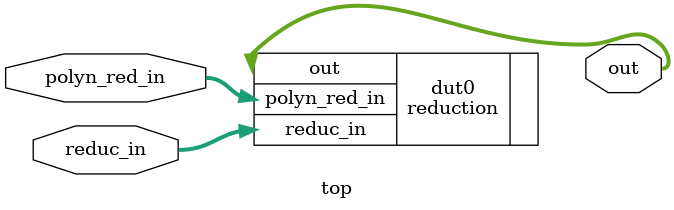
<source format=v>
module top #( parameter DATA_WIDTH = 32) (
    input [DATA_WIDTH:0] polyn_red_in,
    input [2*DATA_WIDTH-1:0] reduc_in,
    output [DATA_WIDTH-1:0] out
);

    reduction #(DATA_WIDTH) dut0(
        .polyn_red_in(polyn_red_in),
        .reduc_in(reduc_in),
        .out(out)
    );

endmodule
</source>
